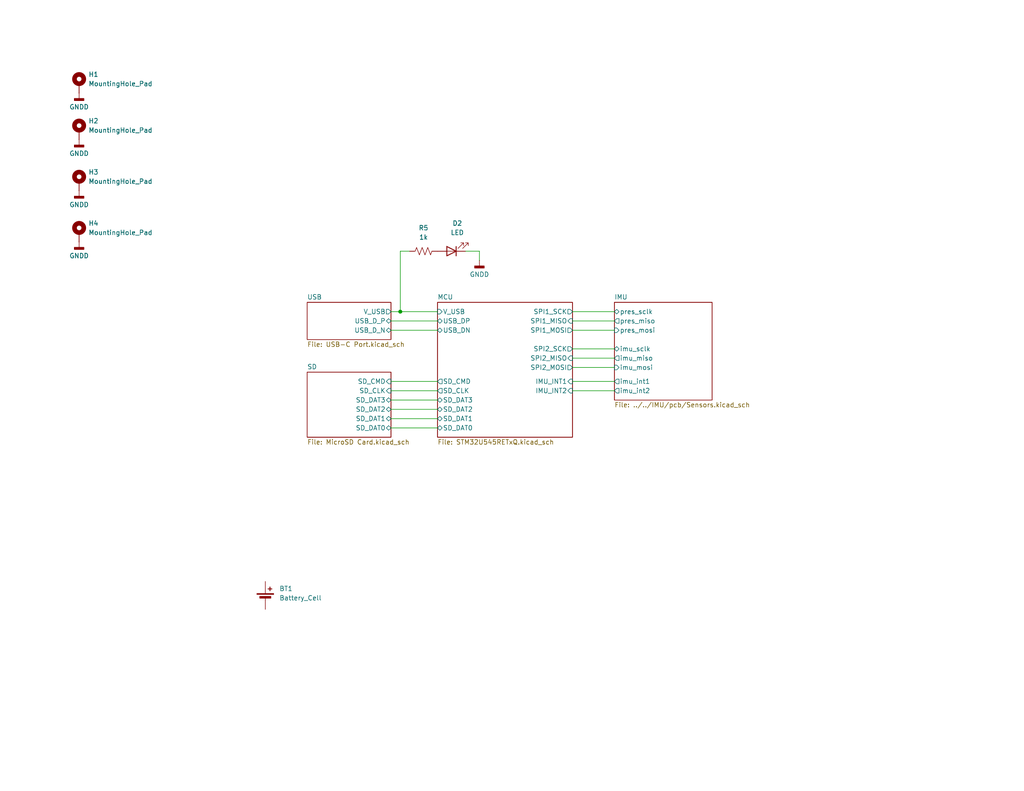
<source format=kicad_sch>
(kicad_sch (version 20250114) (generator "eeschema") (generator_version "9.0")
  (paper "USLetter")
  (lib_symbols
    (symbol "Device:Battery_Cell" (pin_numbers (hide yes)) (pin_names (offset 0) (hide yes))
      (property "Reference" "BT" (at 2.54 2.54 0))
      (property "Value" "Battery_Cell" (at 2.54 0 0))
      (symbol "Battery_Cell_0_1"
        (rectangle (start -2.286 1.778) (end 2.286 1.524) (fill (type outline)))
        (rectangle (start -1.524 1.016) (end 1.524 0.508) (fill (type outline)))
        (polyline (pts (xy 0 1.778) (xy 0 2.54)))
        (polyline (pts (xy 0 0.762) (xy 0 0)))
        (polyline (pts (xy 0.762 3.048) (xy 1.778 3.048)) (stroke (width 0.254)))
        (polyline (pts (xy 1.27 3.556) (xy 1.27 2.54)) (stroke (width 0.254)))
      )
      (symbol "Battery_Cell_1_1"
        (pin passive line (at 0 5.08 270) (length 2.54) (name "+") (number "1"))
        (pin passive line (at 0 -2.54 90) (length 2.54) (name "-") (number "2"))
      )
    )
    (symbol "Device:LED" (pin_numbers (hide yes)) (pin_names (offset 1.016) (hide yes))
      (property "Reference" "D" (at 0 2.54 0))
      (property "Value" "LED" (at 0 -2.54 0))
      (symbol "LED_0_1"
        (polyline (pts (xy -3.048 -0.762) (xy -4.572 -2.286) (xy -3.81 -2.286) (xy -4.572 -2.286) (xy -4.572 -1.524)))
        (polyline (pts (xy -1.778 -0.762) (xy -3.302 -2.286) (xy -2.54 -2.286) (xy -3.302 -2.286) (xy -3.302 -1.524)))
        (polyline (pts (xy -1.27 0) (xy 1.27 0)))
        (polyline (pts (xy -1.27 -1.27) (xy -1.27 1.27)) (stroke (width 0.254)))
        (polyline (pts (xy 1.27 -1.27) (xy 1.27 1.27) (xy -1.27 0) (xy 1.27 -1.27)) (stroke (width 0.254)))
      )
      (symbol "LED_1_1"
        (pin passive line (at -3.81 0 0) (length 2.54) (name "K") (number "1"))
        (pin passive line (at 3.81 0 180) (length 2.54) (name "A") (number "2"))
      )
    )
    (symbol "Device:R_US" (pin_numbers (hide yes)) (pin_names (offset 0))
      (property "Reference" "R" (at 2.54 0 90))
      (property "Value" "R_US" (at -2.54 0 90))
      (symbol "R_US_0_1"
        (polyline (pts (xy 0 2.286) (xy 0 2.54)))
        (polyline (pts (xy 0 2.286) (xy 1.016 1.905) (xy 0 1.524) (xy -1.016 1.143) (xy 0 0.762)))
        (polyline (pts (xy 0 0.762) (xy 1.016 0.381) (xy 0 0) (xy -1.016 -0.381) (xy 0 -0.762)))
        (polyline (pts (xy 0 -0.762) (xy 1.016 -1.143) (xy 0 -1.524) (xy -1.016 -1.905) (xy 0 -2.286)))
        (polyline (pts (xy 0 -2.286) (xy 0 -2.54)))
      )
      (symbol "R_US_1_1"
        (pin passive line (at 0 3.81 270) (length 1.27) (name "~") (number "1"))
        (pin passive line (at 0 -3.81 90) (length 1.27) (name "~") (number "2"))
      )
    )
    (symbol "Mechanical:MountingHole_Pad" (pin_numbers (hide yes)) (pin_names (offset 1.016) (hide yes)) (exclude_from_sim yes) (in_bom no)
      (property "Reference" "H" (at 0 6.35 0))
      (property "Value" "MountingHole_Pad" (at 0 4.445 0))
      (symbol "MountingHole_Pad_0_1"
        (circle (center 0 1.27) (radius 1.27) (stroke (width 1.27)))
      )
      (symbol "MountingHole_Pad_1_1"
        (pin input line (at 0 -2.54 90) (length 2.54) (name "1") (number "1"))
      )
    )
    (symbol "power:GNDD" (power) (pin_numbers (hide yes)) (pin_names (offset 0) (hide yes))
      (property "Value" "GNDD" (at 0 -3.175 0))
      (symbol "GNDD_0_1"
        (rectangle (start -1.27 -1.524) (end 1.27 -2.032) (stroke (width 0.254)) (fill (type outline)))
        (polyline (pts (xy 0 0) (xy 0 -1.524)))
      )
      (symbol "GNDD_1_1"
        (pin power_in line (at 0 0 270) (length 0) (name "~") (number "1"))
      )
    )
  )
  (junction (at 109.22 85.09))
  (wire (pts (xy 130.81 71.12) (xy 130.81 68.58)))
  (wire (pts (xy 106.68 116.84) (xy 119.38 116.84)))
  (wire (pts (xy 156.21 100.33) (xy 167.64 100.33)))
  (wire (pts (xy 106.68 90.17) (xy 119.38 90.17)))
  (wire (pts (xy 156.21 87.63) (xy 167.64 87.63)))
  (wire (pts (xy 156.21 95.25) (xy 167.64 95.25)))
  (wire (pts (xy 106.68 87.63) (xy 119.38 87.63)))
  (wire (pts (xy 106.68 111.76) (xy 119.38 111.76)))
  (wire (pts (xy 156.21 85.09) (xy 167.64 85.09)))
  (wire (pts (xy 156.21 106.68) (xy 167.64 106.68)))
  (wire (pts (xy 106.68 106.68) (xy 119.38 106.68)))
  (wire (pts (xy 130.81 68.58) (xy 127 68.58)))
  (wire (pts (xy 109.22 68.58) (xy 109.22 85.09)))
  (wire (pts (xy 111.76 68.58) (xy 109.22 68.58)))
  (wire (pts (xy 106.68 85.09) (xy 109.22 85.09)))
  (wire (pts (xy 156.21 90.17) (xy 167.64 90.17)))
  (wire (pts (xy 106.68 104.14) (xy 119.38 104.14)))
  (wire (pts (xy 106.68 109.22) (xy 119.38 109.22)))
  (wire (pts (xy 156.21 104.14) (xy 167.64 104.14)))
  (wire (pts (xy 106.68 114.3) (xy 119.38 114.3)))
  (wire (pts (xy 156.21 97.79) (xy 167.64 97.79)))
  (wire (pts (xy 109.22 85.09) (xy 119.38 85.09)))
  (symbol (lib_id "Mechanical:MountingHole_Pad") (at 21.59 49.53 0) (unit 1) (exclude_from_sim yes) (in_bom no)
    (property "Reference" "H3" (at 24.13 46.9899 0) (effects (justify left)))
    (property "Value" "MountingHole_Pad" (at 24.13 49.5299 0) (effects (justify left)))
    (property "Footprint" "MountingHole:MountingHole_3.2mm_M3_Pad_Via" (effects (hide yes)))
    (property "Description" "Mounting Hole with connection" (effects (hide yes)))
  )
  (symbol (lib_id "power:GNDD") (at 21.59 66.04 0) (unit 1)
    (property "Reference" "#PWR042" (effects (hide yes)))
    (property "Value" "GNDD" (at 21.59 69.85 0))
    (property "Description" "Power symbol creates a global label with name \"GNDD\" , digital ground" (effects (hide yes)))
  )
  (symbol (lib_id "Mechanical:MountingHole_Pad") (at 21.59 22.86 0) (unit 1) (exclude_from_sim yes) (in_bom no)
    (property "Reference" "H1" (at 24.13 20.3199 0) (effects (justify left)))
    (property "Value" "MountingHole_Pad" (at 24.13 22.8599 0) (effects (justify left)))
    (property "Footprint" "MountingHole:MountingHole_3.2mm_M3_Pad_Via" (effects (hide yes)))
    (property "Description" "Mounting Hole with connection" (effects (hide yes)))
  )
  (symbol (lib_id "Device:Battery_Cell") (at 72.39 163.83 0) (unit 1)
    (property "Reference" "BT1" (at 76.2 160.7184 0) (effects (justify left)))
    (property "Value" "Battery_Cell" (at 76.2 163.2584 0) (effects (justify left)))
    (property "Footprint" "Connector_JST:JST_PH_B2B-PH-K_1x02_P2.00mm_Vertical" (effects (hide yes)))
    (property "Description" "Single-cell battery" (effects (hide yes)))
  )
  (symbol (lib_id "power:GNDD") (at 21.59 25.4 0) (unit 1)
    (property "Reference" "#PWR039" (effects (hide yes)))
    (property "Value" "GNDD" (at 21.59 29.21 0))
    (property "Description" "Power symbol creates a global label with name \"GNDD\" , digital ground" (effects (hide yes)))
  )
  (symbol (lib_id "Mechanical:MountingHole_Pad") (at 21.59 63.5 0) (unit 1) (exclude_from_sim yes) (in_bom no)
    (property "Reference" "H4" (at 24.13 60.9599 0) (effects (justify left)))
    (property "Value" "MountingHole_Pad" (at 24.13 63.4999 0) (effects (justify left)))
    (property "Footprint" "MountingHole:MountingHole_3.2mm_M3_Pad_Via" (effects (hide yes)))
    (property "Description" "Mounting Hole with connection" (effects (hide yes)))
  )
  (symbol (lib_id "Device:LED") (at 123.19 68.58 180) (unit 1)
    (property "Reference" "D2" (at 124.7775 60.96 0))
    (property "Value" "LED" (at 124.7775 63.5 0))
    (property "Footprint" "LED_SMD:LED_0603_1608Metric_Pad1.05x0.95mm_HandSolder" (effects (hide yes)))
    (property "Description" "Light emitting diode" (effects (hide yes)))
    (property "Sim.Pins" "1=K 2=A" (effects (hide yes)))
  )
  (symbol (lib_id "power:GNDD") (at 21.59 52.07 0) (unit 1)
    (property "Reference" "#PWR041" (effects (hide yes)))
    (property "Value" "GNDD" (at 21.59 55.88 0))
    (property "Description" "Power symbol creates a global label with name \"GNDD\" , digital ground" (effects (hide yes)))
  )
  (symbol (lib_id "Mechanical:MountingHole_Pad") (at 21.59 35.56 0) (unit 1) (exclude_from_sim yes) (in_bom no)
    (property "Reference" "H2" (at 24.13 33.0199 0) (effects (justify left)))
    (property "Value" "MountingHole_Pad" (at 24.13 35.5599 0) (effects (justify left)))
    (property "Footprint" "MountingHole:MountingHole_3.2mm_M3_Pad_Via" (effects (hide yes)))
    (property "Description" "Mounting Hole with connection" (effects (hide yes)))
  )
  (symbol (lib_id "power:GNDD") (at 130.81 71.12 0) (unit 1)
    (property "Reference" "#PWR043" (effects (hide yes)))
    (property "Value" "GNDD" (at 130.81 74.93 0))
    (property "Description" "Power symbol creates a global label with name \"GNDD\" , digital ground" (effects (hide yes)))
  )
  (symbol (lib_id "Device:R_US") (at 115.57 68.58 90) (unit 1)
    (property "Reference" "R5" (at 115.57 62.23 90))
    (property "Value" "1k" (at 115.57 64.77 90))
    (property "Footprint" "Resistor_SMD:R_0603_1608Metric_Pad0.98x0.95mm_HandSolder" (effects (hide yes)))
    (property "Description" "Resistor, US symbol" (effects (hide yes)))
  )
  (symbol (lib_id "power:GNDD") (at 21.59 38.1 0) (unit 1)
    (property "Reference" "#PWR040" (effects (hide yes)))
    (property "Value" "GNDD" (at 21.59 41.91 0))
    (property "Description" "Power symbol creates a global label with name \"GNDD\" , digital ground" (effects (hide yes)))
  )
  (sheet (at 119.38 82.55) (size 36.83 36.83) (stroke (width 0.1524))
    (property "Sheetname" "MCU" (at 119.38 81.8384 0) (effects (justify left bottom)))
    (property "Sheetfile" "STM32U545RETxQ.kicad_sch" (at 119.38 119.9646 0) (effects (justify left top)))
    (pin "USB_DP" bidirectional (at 119.38 87.63 180))
    (pin "SPI1_SCK" output (at 156.21 85.09 0))
    (pin "SPI1_MOSI" output (at 156.21 90.17 0))
    (pin "SPI2_SCK" output (at 156.21 95.25 0))
    (pin "USB_DN" bidirectional (at 119.38 90.17 180))
    (pin "SPI1_MISO" input (at 156.21 87.63 0))
    (pin "SPI2_MISO" input (at 156.21 97.79 0))
    (pin "SPI2_MOSI" output (at 156.21 100.33 0))
    (pin "V_USB" input (at 119.38 85.09 180))
    (pin "IMU_INT2" input (at 156.21 106.68 0))
    (pin "IMU_INT1" input (at 156.21 104.14 0))
    (pin "SD_CMD" output (at 119.38 104.14 180))
    (pin "SD_DAT3" bidirectional (at 119.38 109.22 180))
    (pin "SD_DAT1" bidirectional (at 119.38 114.3 180))
    (pin "SD_DAT2" bidirectional (at 119.38 111.76 180))
    (pin "SD_CLK" output (at 119.38 106.68 180))
    (pin "SD_DAT0" bidirectional (at 119.38 116.84 180))
  )
  (sheet (at 83.82 82.55) (size 22.86 10.16) (stroke (width 0.1524))
    (property "Sheetname" "USB" (at 83.82 81.8384 0) (effects (justify left bottom)))
    (property "Sheetfile" "USB-C Port.kicad_sch" (at 83.82 93.2946 0) (effects (justify left top)))
    (pin "USB_D_N" bidirectional (at 106.68 90.17 0))
    (pin "USB_D_P" bidirectional (at 106.68 87.63 0))
    (pin "V_USB" output (at 106.68 85.09 0))
  )
  (sheet (at 83.82 101.6) (size 22.86 17.78) (stroke (width 0.1524))
    (property "Sheetname" "SD" (at 83.82 100.8884 0) (effects (justify left bottom)))
    (property "Sheetfile" "MicroSD Card.kicad_sch" (at 83.82 119.9646 0) (effects (justify left top)))
    (pin "SD_DAT3" bidirectional (at 106.68 109.22 0))
    (pin "SD_CLK" input (at 106.68 106.68 0))
    (pin "SD_DAT2" bidirectional (at 106.68 111.76 0))
    (pin "SD_DAT0" bidirectional (at 106.68 116.84 0))
    (pin "SD_DAT1" bidirectional (at 106.68 114.3 0))
    (pin "SD_CMD" input (at 106.68 104.14 0))
  )
  (sheet (at 167.64 82.55) (size 26.67 26.67) (stroke (width 0.1524))
    (property "Sheetname" "IMU" (at 167.64 81.8384 0) (effects (justify left bottom)))
    (property "Sheetfile" "../../IMU/pcb/Sensors.kicad_sch" (at 167.64 109.8046 0) (effects (justify left top)))
    (pin "pres_miso" output (at 167.64 87.63 180))
    (pin "pres_sclk" bidirectional (at 167.64 85.09 180))
    (pin "imu_mosi" input (at 167.64 100.33 180))
    (pin "imu_miso" output (at 167.64 97.79 180))
    (pin "imu_sclk" bidirectional (at 167.64 95.25 180))
    (pin "imu_int1" output (at 167.64 104.14 180))
    (pin "pres_mosi" input (at 167.64 90.17 180))
    (pin "imu_int2" output (at 167.64 106.68 180))
  )
)
</source>
